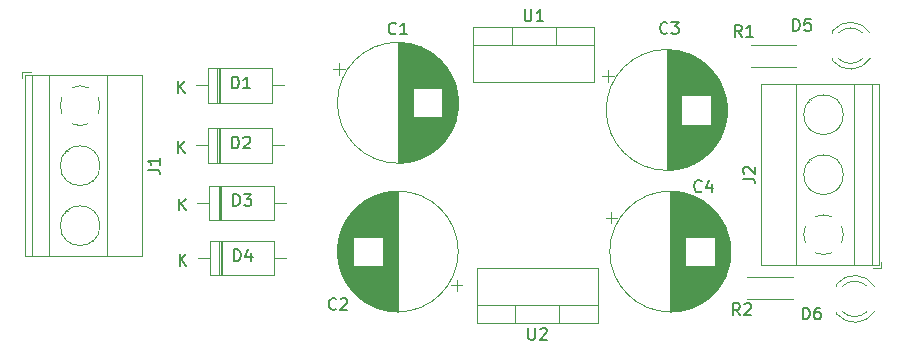
<source format=gbr>
%TF.GenerationSoftware,KiCad,Pcbnew,7.0.2*%
%TF.CreationDate,2023-08-22T20:11:55+05:30*%
%TF.ProjectId,Power_Supply_12V,506f7765-725f-4537-9570-706c795f3132,rev?*%
%TF.SameCoordinates,Original*%
%TF.FileFunction,Legend,Top*%
%TF.FilePolarity,Positive*%
%FSLAX46Y46*%
G04 Gerber Fmt 4.6, Leading zero omitted, Abs format (unit mm)*
G04 Created by KiCad (PCBNEW 7.0.2) date 2023-08-22 20:11:55*
%MOMM*%
%LPD*%
G01*
G04 APERTURE LIST*
%ADD10C,0.150000*%
%ADD11C,0.120000*%
G04 APERTURE END LIST*
D10*
%TO.C,J1*%
X107881419Y-78158933D02*
X108595704Y-78158933D01*
X108595704Y-78158933D02*
X108738561Y-78206552D01*
X108738561Y-78206552D02*
X108833800Y-78301790D01*
X108833800Y-78301790D02*
X108881419Y-78444647D01*
X108881419Y-78444647D02*
X108881419Y-78539885D01*
X108881419Y-77158933D02*
X108881419Y-77730361D01*
X108881419Y-77444647D02*
X107881419Y-77444647D01*
X107881419Y-77444647D02*
X108024276Y-77539885D01*
X108024276Y-77539885D02*
X108119514Y-77635123D01*
X108119514Y-77635123D02*
X108167133Y-77730361D01*
%TO.C,U2*%
X140106495Y-91565819D02*
X140106495Y-92375342D01*
X140106495Y-92375342D02*
X140154114Y-92470580D01*
X140154114Y-92470580D02*
X140201733Y-92518200D01*
X140201733Y-92518200D02*
X140296971Y-92565819D01*
X140296971Y-92565819D02*
X140487447Y-92565819D01*
X140487447Y-92565819D02*
X140582685Y-92518200D01*
X140582685Y-92518200D02*
X140630304Y-92470580D01*
X140630304Y-92470580D02*
X140677923Y-92375342D01*
X140677923Y-92375342D02*
X140677923Y-91565819D01*
X141106495Y-91661057D02*
X141154114Y-91613438D01*
X141154114Y-91613438D02*
X141249352Y-91565819D01*
X141249352Y-91565819D02*
X141487447Y-91565819D01*
X141487447Y-91565819D02*
X141582685Y-91613438D01*
X141582685Y-91613438D02*
X141630304Y-91661057D01*
X141630304Y-91661057D02*
X141677923Y-91756295D01*
X141677923Y-91756295D02*
X141677923Y-91851533D01*
X141677923Y-91851533D02*
X141630304Y-91994390D01*
X141630304Y-91994390D02*
X141058876Y-92565819D01*
X141058876Y-92565819D02*
X141677923Y-92565819D01*
%TO.C,D5*%
X162533105Y-66401019D02*
X162533105Y-65401019D01*
X162533105Y-65401019D02*
X162771200Y-65401019D01*
X162771200Y-65401019D02*
X162914057Y-65448638D01*
X162914057Y-65448638D02*
X163009295Y-65543876D01*
X163009295Y-65543876D02*
X163056914Y-65639114D01*
X163056914Y-65639114D02*
X163104533Y-65829590D01*
X163104533Y-65829590D02*
X163104533Y-65972447D01*
X163104533Y-65972447D02*
X163056914Y-66162923D01*
X163056914Y-66162923D02*
X163009295Y-66258161D01*
X163009295Y-66258161D02*
X162914057Y-66353400D01*
X162914057Y-66353400D02*
X162771200Y-66401019D01*
X162771200Y-66401019D02*
X162533105Y-66401019D01*
X164009295Y-65401019D02*
X163533105Y-65401019D01*
X163533105Y-65401019D02*
X163485486Y-65877209D01*
X163485486Y-65877209D02*
X163533105Y-65829590D01*
X163533105Y-65829590D02*
X163628343Y-65781971D01*
X163628343Y-65781971D02*
X163866438Y-65781971D01*
X163866438Y-65781971D02*
X163961676Y-65829590D01*
X163961676Y-65829590D02*
X164009295Y-65877209D01*
X164009295Y-65877209D02*
X164056914Y-65972447D01*
X164056914Y-65972447D02*
X164056914Y-66210542D01*
X164056914Y-66210542D02*
X164009295Y-66305780D01*
X164009295Y-66305780D02*
X163961676Y-66353400D01*
X163961676Y-66353400D02*
X163866438Y-66401019D01*
X163866438Y-66401019D02*
X163628343Y-66401019D01*
X163628343Y-66401019D02*
X163533105Y-66353400D01*
X163533105Y-66353400D02*
X163485486Y-66305780D01*
%TO.C,D3*%
X115136705Y-81234619D02*
X115136705Y-80234619D01*
X115136705Y-80234619D02*
X115374800Y-80234619D01*
X115374800Y-80234619D02*
X115517657Y-80282238D01*
X115517657Y-80282238D02*
X115612895Y-80377476D01*
X115612895Y-80377476D02*
X115660514Y-80472714D01*
X115660514Y-80472714D02*
X115708133Y-80663190D01*
X115708133Y-80663190D02*
X115708133Y-80806047D01*
X115708133Y-80806047D02*
X115660514Y-80996523D01*
X115660514Y-80996523D02*
X115612895Y-81091761D01*
X115612895Y-81091761D02*
X115517657Y-81187000D01*
X115517657Y-81187000D02*
X115374800Y-81234619D01*
X115374800Y-81234619D02*
X115136705Y-81234619D01*
X116041467Y-80234619D02*
X116660514Y-80234619D01*
X116660514Y-80234619D02*
X116327181Y-80615571D01*
X116327181Y-80615571D02*
X116470038Y-80615571D01*
X116470038Y-80615571D02*
X116565276Y-80663190D01*
X116565276Y-80663190D02*
X116612895Y-80710809D01*
X116612895Y-80710809D02*
X116660514Y-80806047D01*
X116660514Y-80806047D02*
X116660514Y-81044142D01*
X116660514Y-81044142D02*
X116612895Y-81139380D01*
X116612895Y-81139380D02*
X116565276Y-81187000D01*
X116565276Y-81187000D02*
X116470038Y-81234619D01*
X116470038Y-81234619D02*
X116184324Y-81234619D01*
X116184324Y-81234619D02*
X116089086Y-81187000D01*
X116089086Y-81187000D02*
X116041467Y-81139380D01*
X110532895Y-81604619D02*
X110532895Y-80604619D01*
X111104323Y-81604619D02*
X110675752Y-81033190D01*
X111104323Y-80604619D02*
X110532895Y-81176047D01*
%TO.C,C2*%
X123836133Y-89927780D02*
X123788514Y-89975400D01*
X123788514Y-89975400D02*
X123645657Y-90023019D01*
X123645657Y-90023019D02*
X123550419Y-90023019D01*
X123550419Y-90023019D02*
X123407562Y-89975400D01*
X123407562Y-89975400D02*
X123312324Y-89880161D01*
X123312324Y-89880161D02*
X123264705Y-89784923D01*
X123264705Y-89784923D02*
X123217086Y-89594447D01*
X123217086Y-89594447D02*
X123217086Y-89451590D01*
X123217086Y-89451590D02*
X123264705Y-89261114D01*
X123264705Y-89261114D02*
X123312324Y-89165876D01*
X123312324Y-89165876D02*
X123407562Y-89070638D01*
X123407562Y-89070638D02*
X123550419Y-89023019D01*
X123550419Y-89023019D02*
X123645657Y-89023019D01*
X123645657Y-89023019D02*
X123788514Y-89070638D01*
X123788514Y-89070638D02*
X123836133Y-89118257D01*
X124217086Y-89118257D02*
X124264705Y-89070638D01*
X124264705Y-89070638D02*
X124359943Y-89023019D01*
X124359943Y-89023019D02*
X124598038Y-89023019D01*
X124598038Y-89023019D02*
X124693276Y-89070638D01*
X124693276Y-89070638D02*
X124740895Y-89118257D01*
X124740895Y-89118257D02*
X124788514Y-89213495D01*
X124788514Y-89213495D02*
X124788514Y-89308733D01*
X124788514Y-89308733D02*
X124740895Y-89451590D01*
X124740895Y-89451590D02*
X124169467Y-90023019D01*
X124169467Y-90023019D02*
X124788514Y-90023019D01*
%TO.C,D2*%
X115035105Y-76357819D02*
X115035105Y-75357819D01*
X115035105Y-75357819D02*
X115273200Y-75357819D01*
X115273200Y-75357819D02*
X115416057Y-75405438D01*
X115416057Y-75405438D02*
X115511295Y-75500676D01*
X115511295Y-75500676D02*
X115558914Y-75595914D01*
X115558914Y-75595914D02*
X115606533Y-75786390D01*
X115606533Y-75786390D02*
X115606533Y-75929247D01*
X115606533Y-75929247D02*
X115558914Y-76119723D01*
X115558914Y-76119723D02*
X115511295Y-76214961D01*
X115511295Y-76214961D02*
X115416057Y-76310200D01*
X115416057Y-76310200D02*
X115273200Y-76357819D01*
X115273200Y-76357819D02*
X115035105Y-76357819D01*
X115987486Y-75453057D02*
X116035105Y-75405438D01*
X116035105Y-75405438D02*
X116130343Y-75357819D01*
X116130343Y-75357819D02*
X116368438Y-75357819D01*
X116368438Y-75357819D02*
X116463676Y-75405438D01*
X116463676Y-75405438D02*
X116511295Y-75453057D01*
X116511295Y-75453057D02*
X116558914Y-75548295D01*
X116558914Y-75548295D02*
X116558914Y-75643533D01*
X116558914Y-75643533D02*
X116511295Y-75786390D01*
X116511295Y-75786390D02*
X115939867Y-76357819D01*
X115939867Y-76357819D02*
X116558914Y-76357819D01*
X110431295Y-76727819D02*
X110431295Y-75727819D01*
X111002723Y-76727819D02*
X110574152Y-76156390D01*
X111002723Y-75727819D02*
X110431295Y-76299247D01*
%TO.C,C3*%
X151877733Y-66559780D02*
X151830114Y-66607400D01*
X151830114Y-66607400D02*
X151687257Y-66655019D01*
X151687257Y-66655019D02*
X151592019Y-66655019D01*
X151592019Y-66655019D02*
X151449162Y-66607400D01*
X151449162Y-66607400D02*
X151353924Y-66512161D01*
X151353924Y-66512161D02*
X151306305Y-66416923D01*
X151306305Y-66416923D02*
X151258686Y-66226447D01*
X151258686Y-66226447D02*
X151258686Y-66083590D01*
X151258686Y-66083590D02*
X151306305Y-65893114D01*
X151306305Y-65893114D02*
X151353924Y-65797876D01*
X151353924Y-65797876D02*
X151449162Y-65702638D01*
X151449162Y-65702638D02*
X151592019Y-65655019D01*
X151592019Y-65655019D02*
X151687257Y-65655019D01*
X151687257Y-65655019D02*
X151830114Y-65702638D01*
X151830114Y-65702638D02*
X151877733Y-65750257D01*
X152211067Y-65655019D02*
X152830114Y-65655019D01*
X152830114Y-65655019D02*
X152496781Y-66035971D01*
X152496781Y-66035971D02*
X152639638Y-66035971D01*
X152639638Y-66035971D02*
X152734876Y-66083590D01*
X152734876Y-66083590D02*
X152782495Y-66131209D01*
X152782495Y-66131209D02*
X152830114Y-66226447D01*
X152830114Y-66226447D02*
X152830114Y-66464542D01*
X152830114Y-66464542D02*
X152782495Y-66559780D01*
X152782495Y-66559780D02*
X152734876Y-66607400D01*
X152734876Y-66607400D02*
X152639638Y-66655019D01*
X152639638Y-66655019D02*
X152353924Y-66655019D01*
X152353924Y-66655019D02*
X152258686Y-66607400D01*
X152258686Y-66607400D02*
X152211067Y-66559780D01*
%TO.C,D6*%
X163345905Y-90835819D02*
X163345905Y-89835819D01*
X163345905Y-89835819D02*
X163584000Y-89835819D01*
X163584000Y-89835819D02*
X163726857Y-89883438D01*
X163726857Y-89883438D02*
X163822095Y-89978676D01*
X163822095Y-89978676D02*
X163869714Y-90073914D01*
X163869714Y-90073914D02*
X163917333Y-90264390D01*
X163917333Y-90264390D02*
X163917333Y-90407247D01*
X163917333Y-90407247D02*
X163869714Y-90597723D01*
X163869714Y-90597723D02*
X163822095Y-90692961D01*
X163822095Y-90692961D02*
X163726857Y-90788200D01*
X163726857Y-90788200D02*
X163584000Y-90835819D01*
X163584000Y-90835819D02*
X163345905Y-90835819D01*
X164774476Y-89835819D02*
X164584000Y-89835819D01*
X164584000Y-89835819D02*
X164488762Y-89883438D01*
X164488762Y-89883438D02*
X164441143Y-89931057D01*
X164441143Y-89931057D02*
X164345905Y-90073914D01*
X164345905Y-90073914D02*
X164298286Y-90264390D01*
X164298286Y-90264390D02*
X164298286Y-90645342D01*
X164298286Y-90645342D02*
X164345905Y-90740580D01*
X164345905Y-90740580D02*
X164393524Y-90788200D01*
X164393524Y-90788200D02*
X164488762Y-90835819D01*
X164488762Y-90835819D02*
X164679238Y-90835819D01*
X164679238Y-90835819D02*
X164774476Y-90788200D01*
X164774476Y-90788200D02*
X164822095Y-90740580D01*
X164822095Y-90740580D02*
X164869714Y-90645342D01*
X164869714Y-90645342D02*
X164869714Y-90407247D01*
X164869714Y-90407247D02*
X164822095Y-90312009D01*
X164822095Y-90312009D02*
X164774476Y-90264390D01*
X164774476Y-90264390D02*
X164679238Y-90216771D01*
X164679238Y-90216771D02*
X164488762Y-90216771D01*
X164488762Y-90216771D02*
X164393524Y-90264390D01*
X164393524Y-90264390D02*
X164345905Y-90312009D01*
X164345905Y-90312009D02*
X164298286Y-90407247D01*
%TO.C,D1*%
X115035105Y-71277819D02*
X115035105Y-70277819D01*
X115035105Y-70277819D02*
X115273200Y-70277819D01*
X115273200Y-70277819D02*
X115416057Y-70325438D01*
X115416057Y-70325438D02*
X115511295Y-70420676D01*
X115511295Y-70420676D02*
X115558914Y-70515914D01*
X115558914Y-70515914D02*
X115606533Y-70706390D01*
X115606533Y-70706390D02*
X115606533Y-70849247D01*
X115606533Y-70849247D02*
X115558914Y-71039723D01*
X115558914Y-71039723D02*
X115511295Y-71134961D01*
X115511295Y-71134961D02*
X115416057Y-71230200D01*
X115416057Y-71230200D02*
X115273200Y-71277819D01*
X115273200Y-71277819D02*
X115035105Y-71277819D01*
X116558914Y-71277819D02*
X115987486Y-71277819D01*
X116273200Y-71277819D02*
X116273200Y-70277819D01*
X116273200Y-70277819D02*
X116177962Y-70420676D01*
X116177962Y-70420676D02*
X116082724Y-70515914D01*
X116082724Y-70515914D02*
X115987486Y-70563533D01*
X110431295Y-71647819D02*
X110431295Y-70647819D01*
X111002723Y-71647819D02*
X110574152Y-71076390D01*
X111002723Y-70647819D02*
X110431295Y-71219247D01*
%TO.C,C4*%
X154773333Y-79970980D02*
X154725714Y-80018600D01*
X154725714Y-80018600D02*
X154582857Y-80066219D01*
X154582857Y-80066219D02*
X154487619Y-80066219D01*
X154487619Y-80066219D02*
X154344762Y-80018600D01*
X154344762Y-80018600D02*
X154249524Y-79923361D01*
X154249524Y-79923361D02*
X154201905Y-79828123D01*
X154201905Y-79828123D02*
X154154286Y-79637647D01*
X154154286Y-79637647D02*
X154154286Y-79494790D01*
X154154286Y-79494790D02*
X154201905Y-79304314D01*
X154201905Y-79304314D02*
X154249524Y-79209076D01*
X154249524Y-79209076D02*
X154344762Y-79113838D01*
X154344762Y-79113838D02*
X154487619Y-79066219D01*
X154487619Y-79066219D02*
X154582857Y-79066219D01*
X154582857Y-79066219D02*
X154725714Y-79113838D01*
X154725714Y-79113838D02*
X154773333Y-79161457D01*
X155630476Y-79399552D02*
X155630476Y-80066219D01*
X155392381Y-79018600D02*
X155154286Y-79732885D01*
X155154286Y-79732885D02*
X155773333Y-79732885D01*
%TO.C,J2*%
X158302619Y-78920933D02*
X159016904Y-78920933D01*
X159016904Y-78920933D02*
X159159761Y-78968552D01*
X159159761Y-78968552D02*
X159255000Y-79063790D01*
X159255000Y-79063790D02*
X159302619Y-79206647D01*
X159302619Y-79206647D02*
X159302619Y-79301885D01*
X158397857Y-78492361D02*
X158350238Y-78444742D01*
X158350238Y-78444742D02*
X158302619Y-78349504D01*
X158302619Y-78349504D02*
X158302619Y-78111409D01*
X158302619Y-78111409D02*
X158350238Y-78016171D01*
X158350238Y-78016171D02*
X158397857Y-77968552D01*
X158397857Y-77968552D02*
X158493095Y-77920933D01*
X158493095Y-77920933D02*
X158588333Y-77920933D01*
X158588333Y-77920933D02*
X158731190Y-77968552D01*
X158731190Y-77968552D02*
X159302619Y-78539980D01*
X159302619Y-78539980D02*
X159302619Y-77920933D01*
%TO.C,C1*%
X128896056Y-66608980D02*
X128848437Y-66656600D01*
X128848437Y-66656600D02*
X128705580Y-66704219D01*
X128705580Y-66704219D02*
X128610342Y-66704219D01*
X128610342Y-66704219D02*
X128467485Y-66656600D01*
X128467485Y-66656600D02*
X128372247Y-66561361D01*
X128372247Y-66561361D02*
X128324628Y-66466123D01*
X128324628Y-66466123D02*
X128277009Y-66275647D01*
X128277009Y-66275647D02*
X128277009Y-66132790D01*
X128277009Y-66132790D02*
X128324628Y-65942314D01*
X128324628Y-65942314D02*
X128372247Y-65847076D01*
X128372247Y-65847076D02*
X128467485Y-65751838D01*
X128467485Y-65751838D02*
X128610342Y-65704219D01*
X128610342Y-65704219D02*
X128705580Y-65704219D01*
X128705580Y-65704219D02*
X128848437Y-65751838D01*
X128848437Y-65751838D02*
X128896056Y-65799457D01*
X129848437Y-66704219D02*
X129277009Y-66704219D01*
X129562723Y-66704219D02*
X129562723Y-65704219D01*
X129562723Y-65704219D02*
X129467485Y-65847076D01*
X129467485Y-65847076D02*
X129372247Y-65942314D01*
X129372247Y-65942314D02*
X129277009Y-65989933D01*
%TO.C,U1*%
X139801695Y-64585419D02*
X139801695Y-65394942D01*
X139801695Y-65394942D02*
X139849314Y-65490180D01*
X139849314Y-65490180D02*
X139896933Y-65537800D01*
X139896933Y-65537800D02*
X139992171Y-65585419D01*
X139992171Y-65585419D02*
X140182647Y-65585419D01*
X140182647Y-65585419D02*
X140277885Y-65537800D01*
X140277885Y-65537800D02*
X140325504Y-65490180D01*
X140325504Y-65490180D02*
X140373123Y-65394942D01*
X140373123Y-65394942D02*
X140373123Y-64585419D01*
X141373123Y-65585419D02*
X140801695Y-65585419D01*
X141087409Y-65585419D02*
X141087409Y-64585419D01*
X141087409Y-64585419D02*
X140992171Y-64728276D01*
X140992171Y-64728276D02*
X140896933Y-64823514D01*
X140896933Y-64823514D02*
X140801695Y-64871133D01*
%TO.C,R2*%
X158024533Y-90480219D02*
X157691200Y-90004028D01*
X157453105Y-90480219D02*
X157453105Y-89480219D01*
X157453105Y-89480219D02*
X157834057Y-89480219D01*
X157834057Y-89480219D02*
X157929295Y-89527838D01*
X157929295Y-89527838D02*
X157976914Y-89575457D01*
X157976914Y-89575457D02*
X158024533Y-89670695D01*
X158024533Y-89670695D02*
X158024533Y-89813552D01*
X158024533Y-89813552D02*
X157976914Y-89908790D01*
X157976914Y-89908790D02*
X157929295Y-89956409D01*
X157929295Y-89956409D02*
X157834057Y-90004028D01*
X157834057Y-90004028D02*
X157453105Y-90004028D01*
X158405486Y-89575457D02*
X158453105Y-89527838D01*
X158453105Y-89527838D02*
X158548343Y-89480219D01*
X158548343Y-89480219D02*
X158786438Y-89480219D01*
X158786438Y-89480219D02*
X158881676Y-89527838D01*
X158881676Y-89527838D02*
X158929295Y-89575457D01*
X158929295Y-89575457D02*
X158976914Y-89670695D01*
X158976914Y-89670695D02*
X158976914Y-89765933D01*
X158976914Y-89765933D02*
X158929295Y-89908790D01*
X158929295Y-89908790D02*
X158357867Y-90480219D01*
X158357867Y-90480219D02*
X158976914Y-90480219D01*
%TO.C,D4*%
X115187505Y-85908219D02*
X115187505Y-84908219D01*
X115187505Y-84908219D02*
X115425600Y-84908219D01*
X115425600Y-84908219D02*
X115568457Y-84955838D01*
X115568457Y-84955838D02*
X115663695Y-85051076D01*
X115663695Y-85051076D02*
X115711314Y-85146314D01*
X115711314Y-85146314D02*
X115758933Y-85336790D01*
X115758933Y-85336790D02*
X115758933Y-85479647D01*
X115758933Y-85479647D02*
X115711314Y-85670123D01*
X115711314Y-85670123D02*
X115663695Y-85765361D01*
X115663695Y-85765361D02*
X115568457Y-85860600D01*
X115568457Y-85860600D02*
X115425600Y-85908219D01*
X115425600Y-85908219D02*
X115187505Y-85908219D01*
X116616076Y-85241552D02*
X116616076Y-85908219D01*
X116377981Y-84860600D02*
X116139886Y-85574885D01*
X116139886Y-85574885D02*
X116758933Y-85574885D01*
X110583695Y-86278219D02*
X110583695Y-85278219D01*
X111155123Y-86278219D02*
X110726552Y-85706790D01*
X111155123Y-85278219D02*
X110583695Y-85849647D01*
%TO.C,R1*%
X158176933Y-66909019D02*
X157843600Y-66432828D01*
X157605505Y-66909019D02*
X157605505Y-65909019D01*
X157605505Y-65909019D02*
X157986457Y-65909019D01*
X157986457Y-65909019D02*
X158081695Y-65956638D01*
X158081695Y-65956638D02*
X158129314Y-66004257D01*
X158129314Y-66004257D02*
X158176933Y-66099495D01*
X158176933Y-66099495D02*
X158176933Y-66242352D01*
X158176933Y-66242352D02*
X158129314Y-66337590D01*
X158129314Y-66337590D02*
X158081695Y-66385209D01*
X158081695Y-66385209D02*
X157986457Y-66432828D01*
X157986457Y-66432828D02*
X157605505Y-66432828D01*
X159129314Y-66909019D02*
X158557886Y-66909019D01*
X158843600Y-66909019D02*
X158843600Y-65909019D01*
X158843600Y-65909019D02*
X158748362Y-66051876D01*
X158748362Y-66051876D02*
X158653124Y-66147114D01*
X158653124Y-66147114D02*
X158557886Y-66194733D01*
D11*
%TO.C,J1*%
X97998800Y-69905600D02*
X97258800Y-69905600D01*
X97258800Y-69905600D02*
X97258800Y-70405600D01*
X107419800Y-70145600D02*
X97498800Y-70145600D01*
X107419800Y-70145600D02*
X107419800Y-85505600D01*
X104459800Y-70145600D02*
X104459800Y-85505600D01*
X99558800Y-70145600D02*
X99558800Y-85505600D01*
X98058800Y-70145600D02*
X98058800Y-85505600D01*
X97498800Y-70145600D02*
X97498800Y-85505600D01*
X101135800Y-76598600D02*
X101089800Y-76551600D01*
X100919800Y-76791600D02*
X100884800Y-76756600D01*
X103433800Y-78895600D02*
X103397800Y-78860600D01*
X103227800Y-79100600D02*
X103181800Y-79053600D01*
X101135800Y-81678600D02*
X101089800Y-81631600D01*
X100919800Y-81871600D02*
X100884800Y-81836600D01*
X103433800Y-83975600D02*
X103397800Y-83940600D01*
X103227800Y-84180600D02*
X103181800Y-84133600D01*
X107419800Y-85505600D02*
X97498800Y-85505600D01*
X102842799Y-71210601D02*
G75*
G03*
X101475758Y-71210174I-684000J-1534992D01*
G01*
X103693799Y-73429599D02*
G75*
G03*
X103694226Y-72062558I-1534992J684000D01*
G01*
X100623801Y-72061600D02*
G75*
G03*
X100478548Y-72774405I1535000J-683999D01*
G01*
X100478801Y-72745600D02*
G75*
G03*
X100624045Y-73428918I1679999J0D01*
G01*
X101474800Y-74280600D02*
G75*
G03*
X102841842Y-74281026I684000J1535000D01*
G01*
X103838800Y-77825600D02*
G75*
G03*
X103838800Y-77825600I-1680000J0D01*
G01*
X103838800Y-82905600D02*
G75*
G03*
X103838800Y-82905600I-1680000J0D01*
G01*
%TO.C,U2*%
X145988400Y-91103200D02*
X145988400Y-86462200D01*
X145988400Y-91103200D02*
X135748400Y-91103200D01*
X145988400Y-89593200D02*
X135748400Y-89593200D01*
X145988400Y-86462200D02*
X135748400Y-86462200D01*
X142718400Y-91103200D02*
X142718400Y-89593200D01*
X139017400Y-91103200D02*
X139017400Y-89593200D01*
X135748400Y-91103200D02*
X135748400Y-86462200D01*
%TO.C,D5*%
X165826000Y-66429600D02*
X165826000Y-66585600D01*
X165826000Y-68745600D02*
X165826000Y-68901600D01*
X169058334Y-66586992D02*
G75*
G03*
X165826001Y-66430085I-1672334J-1078608D01*
G01*
X168427129Y-66585764D02*
G75*
G03*
X166345040Y-66585601I-1041129J-1079836D01*
G01*
X166345040Y-68745599D02*
G75*
G03*
X168427129Y-68745436I1040960J1079999D01*
G01*
X165826001Y-68901115D02*
G75*
G03*
X169058334Y-68744208I1559999J1235515D01*
G01*
%TO.C,D3*%
X112084000Y-80975200D02*
X113104000Y-80975200D01*
X113104000Y-79505200D02*
X113104000Y-82445200D01*
X113104000Y-82445200D02*
X118544000Y-82445200D01*
X113884000Y-79505200D02*
X113884000Y-82445200D01*
X114004000Y-79505200D02*
X114004000Y-82445200D01*
X114124000Y-79505200D02*
X114124000Y-82445200D01*
X118544000Y-79505200D02*
X113104000Y-79505200D01*
X118544000Y-82445200D02*
X118544000Y-79505200D01*
X119564000Y-80975200D02*
X118544000Y-80975200D01*
%TO.C,C2*%
X134531723Y-87965000D02*
X133531723Y-87965000D01*
X134031723Y-88465000D02*
X134031723Y-87465000D01*
X129052077Y-90170000D02*
X129052077Y-80010000D01*
X129012077Y-90170000D02*
X129012077Y-80010000D01*
X128972077Y-90170000D02*
X128972077Y-80010000D01*
X128932077Y-90169000D02*
X128932077Y-80011000D01*
X128892077Y-90168000D02*
X128892077Y-80012000D01*
X128852077Y-90167000D02*
X128852077Y-80013000D01*
X128812077Y-90165000D02*
X128812077Y-80015000D01*
X128772077Y-90163000D02*
X128772077Y-80017000D01*
X128732077Y-90160000D02*
X128732077Y-80020000D01*
X128692077Y-90158000D02*
X128692077Y-80022000D01*
X128652077Y-90155000D02*
X128652077Y-80025000D01*
X128612077Y-90152000D02*
X128612077Y-80028000D01*
X128572077Y-90148000D02*
X128572077Y-80032000D01*
X128532077Y-90144000D02*
X128532077Y-80036000D01*
X128492077Y-90140000D02*
X128492077Y-80040000D01*
X128452077Y-90135000D02*
X128452077Y-80045000D01*
X128412077Y-90130000D02*
X128412077Y-80050000D01*
X128372077Y-90125000D02*
X128372077Y-80055000D01*
X128331077Y-90120000D02*
X128331077Y-80060000D01*
X128291077Y-90114000D02*
X128291077Y-80066000D01*
X128251077Y-90108000D02*
X128251077Y-80072000D01*
X128211077Y-90101000D02*
X128211077Y-80079000D01*
X128171077Y-90094000D02*
X128171077Y-80086000D01*
X128131077Y-90087000D02*
X128131077Y-80093000D01*
X128091077Y-90080000D02*
X128091077Y-80100000D01*
X128051077Y-90072000D02*
X128051077Y-80108000D01*
X128011077Y-90064000D02*
X128011077Y-80116000D01*
X127971077Y-90055000D02*
X127971077Y-80125000D01*
X127931077Y-90046000D02*
X127931077Y-80134000D01*
X127891077Y-90037000D02*
X127891077Y-80143000D01*
X127851077Y-90028000D02*
X127851077Y-80152000D01*
X127811077Y-90018000D02*
X127811077Y-80162000D01*
X127771077Y-90008000D02*
X127771077Y-86331000D01*
X127771077Y-83849000D02*
X127771077Y-80172000D01*
X127731077Y-89997000D02*
X127731077Y-86331000D01*
X127731077Y-83849000D02*
X127731077Y-80183000D01*
X127691077Y-89987000D02*
X127691077Y-86331000D01*
X127691077Y-83849000D02*
X127691077Y-80193000D01*
X127651077Y-89975000D02*
X127651077Y-86331000D01*
X127651077Y-83849000D02*
X127651077Y-80205000D01*
X127611077Y-89964000D02*
X127611077Y-86331000D01*
X127611077Y-83849000D02*
X127611077Y-80216000D01*
X127571077Y-89952000D02*
X127571077Y-86331000D01*
X127571077Y-83849000D02*
X127571077Y-80228000D01*
X127531077Y-89940000D02*
X127531077Y-86331000D01*
X127531077Y-83849000D02*
X127531077Y-80240000D01*
X127491077Y-89927000D02*
X127491077Y-86331000D01*
X127491077Y-83849000D02*
X127491077Y-80253000D01*
X127451077Y-89914000D02*
X127451077Y-86331000D01*
X127451077Y-83849000D02*
X127451077Y-80266000D01*
X127411077Y-89901000D02*
X127411077Y-86331000D01*
X127411077Y-83849000D02*
X127411077Y-80279000D01*
X127371077Y-89887000D02*
X127371077Y-86331000D01*
X127371077Y-83849000D02*
X127371077Y-80293000D01*
X127331077Y-89873000D02*
X127331077Y-86331000D01*
X127331077Y-83849000D02*
X127331077Y-80307000D01*
X127291077Y-89858000D02*
X127291077Y-86331000D01*
X127291077Y-83849000D02*
X127291077Y-80322000D01*
X127251077Y-89844000D02*
X127251077Y-86331000D01*
X127251077Y-83849000D02*
X127251077Y-80336000D01*
X127211077Y-89828000D02*
X127211077Y-86331000D01*
X127211077Y-83849000D02*
X127211077Y-80352000D01*
X127171077Y-89813000D02*
X127171077Y-86331000D01*
X127171077Y-83849000D02*
X127171077Y-80367000D01*
X127131077Y-89797000D02*
X127131077Y-86331000D01*
X127131077Y-83849000D02*
X127131077Y-80383000D01*
X127091077Y-89780000D02*
X127091077Y-86331000D01*
X127091077Y-83849000D02*
X127091077Y-80400000D01*
X127051077Y-89764000D02*
X127051077Y-86331000D01*
X127051077Y-83849000D02*
X127051077Y-80416000D01*
X127011077Y-89747000D02*
X127011077Y-86331000D01*
X127011077Y-83849000D02*
X127011077Y-80433000D01*
X126971077Y-89729000D02*
X126971077Y-86331000D01*
X126971077Y-83849000D02*
X126971077Y-80451000D01*
X126931077Y-89711000D02*
X126931077Y-86331000D01*
X126931077Y-83849000D02*
X126931077Y-80469000D01*
X126891077Y-89693000D02*
X126891077Y-86331000D01*
X126891077Y-83849000D02*
X126891077Y-80487000D01*
X126851077Y-89674000D02*
X126851077Y-86331000D01*
X126851077Y-83849000D02*
X126851077Y-80506000D01*
X126811077Y-89654000D02*
X126811077Y-86331000D01*
X126811077Y-83849000D02*
X126811077Y-80526000D01*
X126771077Y-89635000D02*
X126771077Y-86331000D01*
X126771077Y-83849000D02*
X126771077Y-80545000D01*
X126731077Y-89615000D02*
X126731077Y-86331000D01*
X126731077Y-83849000D02*
X126731077Y-80565000D01*
X126691077Y-89594000D02*
X126691077Y-86331000D01*
X126691077Y-83849000D02*
X126691077Y-80586000D01*
X126651077Y-89573000D02*
X126651077Y-86331000D01*
X126651077Y-83849000D02*
X126651077Y-80607000D01*
X126611077Y-89552000D02*
X126611077Y-86331000D01*
X126611077Y-83849000D02*
X126611077Y-80628000D01*
X126571077Y-89530000D02*
X126571077Y-86331000D01*
X126571077Y-83849000D02*
X126571077Y-80650000D01*
X126531077Y-89507000D02*
X126531077Y-86331000D01*
X126531077Y-83849000D02*
X126531077Y-80673000D01*
X126491077Y-89485000D02*
X126491077Y-86331000D01*
X126491077Y-83849000D02*
X126491077Y-80695000D01*
X126451077Y-89461000D02*
X126451077Y-86331000D01*
X126451077Y-83849000D02*
X126451077Y-80719000D01*
X126411077Y-89437000D02*
X126411077Y-86331000D01*
X126411077Y-83849000D02*
X126411077Y-80743000D01*
X126371077Y-89413000D02*
X126371077Y-86331000D01*
X126371077Y-83849000D02*
X126371077Y-80767000D01*
X126331077Y-89388000D02*
X126331077Y-86331000D01*
X126331077Y-83849000D02*
X126331077Y-80792000D01*
X126291077Y-89363000D02*
X126291077Y-86331000D01*
X126291077Y-83849000D02*
X126291077Y-80817000D01*
X126251077Y-89337000D02*
X126251077Y-86331000D01*
X126251077Y-83849000D02*
X126251077Y-80843000D01*
X126211077Y-89311000D02*
X126211077Y-86331000D01*
X126211077Y-83849000D02*
X126211077Y-80869000D01*
X126171077Y-89284000D02*
X126171077Y-86331000D01*
X126171077Y-83849000D02*
X126171077Y-80896000D01*
X126131077Y-89256000D02*
X126131077Y-86331000D01*
X126131077Y-83849000D02*
X126131077Y-80924000D01*
X126091077Y-89228000D02*
X126091077Y-86331000D01*
X126091077Y-83849000D02*
X126091077Y-80952000D01*
X126051077Y-89200000D02*
X126051077Y-86331000D01*
X126051077Y-83849000D02*
X126051077Y-80980000D01*
X126011077Y-89170000D02*
X126011077Y-86331000D01*
X126011077Y-83849000D02*
X126011077Y-81010000D01*
X125971077Y-89140000D02*
X125971077Y-86331000D01*
X125971077Y-83849000D02*
X125971077Y-81040000D01*
X125931077Y-89110000D02*
X125931077Y-86331000D01*
X125931077Y-83849000D02*
X125931077Y-81070000D01*
X125891077Y-89079000D02*
X125891077Y-86331000D01*
X125891077Y-83849000D02*
X125891077Y-81101000D01*
X125851077Y-89047000D02*
X125851077Y-86331000D01*
X125851077Y-83849000D02*
X125851077Y-81133000D01*
X125811077Y-89015000D02*
X125811077Y-86331000D01*
X125811077Y-83849000D02*
X125811077Y-81165000D01*
X125771077Y-88982000D02*
X125771077Y-86331000D01*
X125771077Y-83849000D02*
X125771077Y-81198000D01*
X125731077Y-88948000D02*
X125731077Y-86331000D01*
X125731077Y-83849000D02*
X125731077Y-81232000D01*
X125691077Y-88914000D02*
X125691077Y-86331000D01*
X125691077Y-83849000D02*
X125691077Y-81266000D01*
X125651077Y-88879000D02*
X125651077Y-86331000D01*
X125651077Y-83849000D02*
X125651077Y-81301000D01*
X125611077Y-88843000D02*
X125611077Y-86331000D01*
X125611077Y-83849000D02*
X125611077Y-81337000D01*
X125571077Y-88806000D02*
X125571077Y-86331000D01*
X125571077Y-83849000D02*
X125571077Y-81374000D01*
X125531077Y-88769000D02*
X125531077Y-86331000D01*
X125531077Y-83849000D02*
X125531077Y-81411000D01*
X125491077Y-88730000D02*
X125491077Y-86331000D01*
X125491077Y-83849000D02*
X125491077Y-81450000D01*
X125451077Y-88691000D02*
X125451077Y-86331000D01*
X125451077Y-83849000D02*
X125451077Y-81489000D01*
X125411077Y-88651000D02*
X125411077Y-86331000D01*
X125411077Y-83849000D02*
X125411077Y-81529000D01*
X125371077Y-88610000D02*
X125371077Y-86331000D01*
X125371077Y-83849000D02*
X125371077Y-81570000D01*
X125331077Y-88568000D02*
X125331077Y-86331000D01*
X125331077Y-83849000D02*
X125331077Y-81612000D01*
X125291077Y-88526000D02*
X125291077Y-81654000D01*
X125251077Y-88482000D02*
X125251077Y-81698000D01*
X125211077Y-88437000D02*
X125211077Y-81743000D01*
X125171077Y-88391000D02*
X125171077Y-81789000D01*
X125131077Y-88344000D02*
X125131077Y-81836000D01*
X125091077Y-88296000D02*
X125091077Y-81884000D01*
X125051077Y-88246000D02*
X125051077Y-81934000D01*
X125011077Y-88196000D02*
X125011077Y-81984000D01*
X124971077Y-88144000D02*
X124971077Y-82036000D01*
X124931077Y-88090000D02*
X124931077Y-82090000D01*
X124891077Y-88035000D02*
X124891077Y-82145000D01*
X124851077Y-87979000D02*
X124851077Y-82201000D01*
X124811077Y-87920000D02*
X124811077Y-82260000D01*
X124771077Y-87860000D02*
X124771077Y-82320000D01*
X124731077Y-87799000D02*
X124731077Y-82381000D01*
X124691077Y-87735000D02*
X124691077Y-82445000D01*
X124651077Y-87669000D02*
X124651077Y-82511000D01*
X124611077Y-87600000D02*
X124611077Y-82580000D01*
X124571077Y-87529000D02*
X124571077Y-82651000D01*
X124531077Y-87455000D02*
X124531077Y-82725000D01*
X124491077Y-87379000D02*
X124491077Y-82801000D01*
X124451077Y-87299000D02*
X124451077Y-82881000D01*
X124411077Y-87215000D02*
X124411077Y-82965000D01*
X124371077Y-87127000D02*
X124371077Y-83053000D01*
X124331077Y-87034000D02*
X124331077Y-83146000D01*
X124291077Y-86936000D02*
X124291077Y-83244000D01*
X124251077Y-86832000D02*
X124251077Y-83348000D01*
X124211077Y-86720000D02*
X124211077Y-83460000D01*
X124171077Y-86600000D02*
X124171077Y-83580000D01*
X124131077Y-86468000D02*
X124131077Y-83712000D01*
X124091077Y-86320000D02*
X124091077Y-83860000D01*
X124051077Y-86152000D02*
X124051077Y-84028000D01*
X124011077Y-85952000D02*
X124011077Y-84228000D01*
X123971077Y-85689000D02*
X123971077Y-84491000D01*
X134172077Y-85090000D02*
G75*
G03*
X134172077Y-85090000I-5120000J0D01*
G01*
%TO.C,D2*%
X111982400Y-76098400D02*
X113002400Y-76098400D01*
X113002400Y-74628400D02*
X113002400Y-77568400D01*
X113002400Y-77568400D02*
X118442400Y-77568400D01*
X113782400Y-74628400D02*
X113782400Y-77568400D01*
X113902400Y-74628400D02*
X113902400Y-77568400D01*
X114022400Y-74628400D02*
X114022400Y-77568400D01*
X118442400Y-74628400D02*
X113002400Y-74628400D01*
X118442400Y-77568400D02*
X118442400Y-74628400D01*
X119462400Y-76098400D02*
X118442400Y-76098400D01*
%TO.C,C3*%
X146341477Y-70226200D02*
X147341477Y-70226200D01*
X146841477Y-69726200D02*
X146841477Y-70726200D01*
X151821123Y-68021200D02*
X151821123Y-78181200D01*
X151861123Y-68021200D02*
X151861123Y-78181200D01*
X151901123Y-68021200D02*
X151901123Y-78181200D01*
X151941123Y-68022200D02*
X151941123Y-78180200D01*
X151981123Y-68023200D02*
X151981123Y-78179200D01*
X152021123Y-68024200D02*
X152021123Y-78178200D01*
X152061123Y-68026200D02*
X152061123Y-78176200D01*
X152101123Y-68028200D02*
X152101123Y-78174200D01*
X152141123Y-68031200D02*
X152141123Y-78171200D01*
X152181123Y-68033200D02*
X152181123Y-78169200D01*
X152221123Y-68036200D02*
X152221123Y-78166200D01*
X152261123Y-68039200D02*
X152261123Y-78163200D01*
X152301123Y-68043200D02*
X152301123Y-78159200D01*
X152341123Y-68047200D02*
X152341123Y-78155200D01*
X152381123Y-68051200D02*
X152381123Y-78151200D01*
X152421123Y-68056200D02*
X152421123Y-78146200D01*
X152461123Y-68061200D02*
X152461123Y-78141200D01*
X152501123Y-68066200D02*
X152501123Y-78136200D01*
X152542123Y-68071200D02*
X152542123Y-78131200D01*
X152582123Y-68077200D02*
X152582123Y-78125200D01*
X152622123Y-68083200D02*
X152622123Y-78119200D01*
X152662123Y-68090200D02*
X152662123Y-78112200D01*
X152702123Y-68097200D02*
X152702123Y-78105200D01*
X152742123Y-68104200D02*
X152742123Y-78098200D01*
X152782123Y-68111200D02*
X152782123Y-78091200D01*
X152822123Y-68119200D02*
X152822123Y-78083200D01*
X152862123Y-68127200D02*
X152862123Y-78075200D01*
X152902123Y-68136200D02*
X152902123Y-78066200D01*
X152942123Y-68145200D02*
X152942123Y-78057200D01*
X152982123Y-68154200D02*
X152982123Y-78048200D01*
X153022123Y-68163200D02*
X153022123Y-78039200D01*
X153062123Y-68173200D02*
X153062123Y-78029200D01*
X153102123Y-68183200D02*
X153102123Y-71860200D01*
X153102123Y-74342200D02*
X153102123Y-78019200D01*
X153142123Y-68194200D02*
X153142123Y-71860200D01*
X153142123Y-74342200D02*
X153142123Y-78008200D01*
X153182123Y-68204200D02*
X153182123Y-71860200D01*
X153182123Y-74342200D02*
X153182123Y-77998200D01*
X153222123Y-68216200D02*
X153222123Y-71860200D01*
X153222123Y-74342200D02*
X153222123Y-77986200D01*
X153262123Y-68227200D02*
X153262123Y-71860200D01*
X153262123Y-74342200D02*
X153262123Y-77975200D01*
X153302123Y-68239200D02*
X153302123Y-71860200D01*
X153302123Y-74342200D02*
X153302123Y-77963200D01*
X153342123Y-68251200D02*
X153342123Y-71860200D01*
X153342123Y-74342200D02*
X153342123Y-77951200D01*
X153382123Y-68264200D02*
X153382123Y-71860200D01*
X153382123Y-74342200D02*
X153382123Y-77938200D01*
X153422123Y-68277200D02*
X153422123Y-71860200D01*
X153422123Y-74342200D02*
X153422123Y-77925200D01*
X153462123Y-68290200D02*
X153462123Y-71860200D01*
X153462123Y-74342200D02*
X153462123Y-77912200D01*
X153502123Y-68304200D02*
X153502123Y-71860200D01*
X153502123Y-74342200D02*
X153502123Y-77898200D01*
X153542123Y-68318200D02*
X153542123Y-71860200D01*
X153542123Y-74342200D02*
X153542123Y-77884200D01*
X153582123Y-68333200D02*
X153582123Y-71860200D01*
X153582123Y-74342200D02*
X153582123Y-77869200D01*
X153622123Y-68347200D02*
X153622123Y-71860200D01*
X153622123Y-74342200D02*
X153622123Y-77855200D01*
X153662123Y-68363200D02*
X153662123Y-71860200D01*
X153662123Y-74342200D02*
X153662123Y-77839200D01*
X153702123Y-68378200D02*
X153702123Y-71860200D01*
X153702123Y-74342200D02*
X153702123Y-77824200D01*
X153742123Y-68394200D02*
X153742123Y-71860200D01*
X153742123Y-74342200D02*
X153742123Y-77808200D01*
X153782123Y-68411200D02*
X153782123Y-71860200D01*
X153782123Y-74342200D02*
X153782123Y-77791200D01*
X153822123Y-68427200D02*
X153822123Y-71860200D01*
X153822123Y-74342200D02*
X153822123Y-77775200D01*
X153862123Y-68444200D02*
X153862123Y-71860200D01*
X153862123Y-74342200D02*
X153862123Y-77758200D01*
X153902123Y-68462200D02*
X153902123Y-71860200D01*
X153902123Y-74342200D02*
X153902123Y-77740200D01*
X153942123Y-68480200D02*
X153942123Y-71860200D01*
X153942123Y-74342200D02*
X153942123Y-77722200D01*
X153982123Y-68498200D02*
X153982123Y-71860200D01*
X153982123Y-74342200D02*
X153982123Y-77704200D01*
X154022123Y-68517200D02*
X154022123Y-71860200D01*
X154022123Y-74342200D02*
X154022123Y-77685200D01*
X154062123Y-68537200D02*
X154062123Y-71860200D01*
X154062123Y-74342200D02*
X154062123Y-77665200D01*
X154102123Y-68556200D02*
X154102123Y-71860200D01*
X154102123Y-74342200D02*
X154102123Y-77646200D01*
X154142123Y-68576200D02*
X154142123Y-71860200D01*
X154142123Y-74342200D02*
X154142123Y-77626200D01*
X154182123Y-68597200D02*
X154182123Y-71860200D01*
X154182123Y-74342200D02*
X154182123Y-77605200D01*
X154222123Y-68618200D02*
X154222123Y-71860200D01*
X154222123Y-74342200D02*
X154222123Y-77584200D01*
X154262123Y-68639200D02*
X154262123Y-71860200D01*
X154262123Y-74342200D02*
X154262123Y-77563200D01*
X154302123Y-68661200D02*
X154302123Y-71860200D01*
X154302123Y-74342200D02*
X154302123Y-77541200D01*
X154342123Y-68684200D02*
X154342123Y-71860200D01*
X154342123Y-74342200D02*
X154342123Y-77518200D01*
X154382123Y-68706200D02*
X154382123Y-71860200D01*
X154382123Y-74342200D02*
X154382123Y-77496200D01*
X154422123Y-68730200D02*
X154422123Y-71860200D01*
X154422123Y-74342200D02*
X154422123Y-77472200D01*
X154462123Y-68754200D02*
X154462123Y-71860200D01*
X154462123Y-74342200D02*
X154462123Y-77448200D01*
X154502123Y-68778200D02*
X154502123Y-71860200D01*
X154502123Y-74342200D02*
X154502123Y-77424200D01*
X154542123Y-68803200D02*
X154542123Y-71860200D01*
X154542123Y-74342200D02*
X154542123Y-77399200D01*
X154582123Y-68828200D02*
X154582123Y-71860200D01*
X154582123Y-74342200D02*
X154582123Y-77374200D01*
X154622123Y-68854200D02*
X154622123Y-71860200D01*
X154622123Y-74342200D02*
X154622123Y-77348200D01*
X154662123Y-68880200D02*
X154662123Y-71860200D01*
X154662123Y-74342200D02*
X154662123Y-77322200D01*
X154702123Y-68907200D02*
X154702123Y-71860200D01*
X154702123Y-74342200D02*
X154702123Y-77295200D01*
X154742123Y-68935200D02*
X154742123Y-71860200D01*
X154742123Y-74342200D02*
X154742123Y-77267200D01*
X154782123Y-68963200D02*
X154782123Y-71860200D01*
X154782123Y-74342200D02*
X154782123Y-77239200D01*
X154822123Y-68991200D02*
X154822123Y-71860200D01*
X154822123Y-74342200D02*
X154822123Y-77211200D01*
X154862123Y-69021200D02*
X154862123Y-71860200D01*
X154862123Y-74342200D02*
X154862123Y-77181200D01*
X154902123Y-69051200D02*
X154902123Y-71860200D01*
X154902123Y-74342200D02*
X154902123Y-77151200D01*
X154942123Y-69081200D02*
X154942123Y-71860200D01*
X154942123Y-74342200D02*
X154942123Y-77121200D01*
X154982123Y-69112200D02*
X154982123Y-71860200D01*
X154982123Y-74342200D02*
X154982123Y-77090200D01*
X155022123Y-69144200D02*
X155022123Y-71860200D01*
X155022123Y-74342200D02*
X155022123Y-77058200D01*
X155062123Y-69176200D02*
X155062123Y-71860200D01*
X155062123Y-74342200D02*
X155062123Y-77026200D01*
X155102123Y-69209200D02*
X155102123Y-71860200D01*
X155102123Y-74342200D02*
X155102123Y-76993200D01*
X155142123Y-69243200D02*
X155142123Y-71860200D01*
X155142123Y-74342200D02*
X155142123Y-76959200D01*
X155182123Y-69277200D02*
X155182123Y-71860200D01*
X155182123Y-74342200D02*
X155182123Y-76925200D01*
X155222123Y-69312200D02*
X155222123Y-71860200D01*
X155222123Y-74342200D02*
X155222123Y-76890200D01*
X155262123Y-69348200D02*
X155262123Y-71860200D01*
X155262123Y-74342200D02*
X155262123Y-76854200D01*
X155302123Y-69385200D02*
X155302123Y-71860200D01*
X155302123Y-74342200D02*
X155302123Y-76817200D01*
X155342123Y-69422200D02*
X155342123Y-71860200D01*
X155342123Y-74342200D02*
X155342123Y-76780200D01*
X155382123Y-69461200D02*
X155382123Y-71860200D01*
X155382123Y-74342200D02*
X155382123Y-76741200D01*
X155422123Y-69500200D02*
X155422123Y-71860200D01*
X155422123Y-74342200D02*
X155422123Y-76702200D01*
X155462123Y-69540200D02*
X155462123Y-71860200D01*
X155462123Y-74342200D02*
X155462123Y-76662200D01*
X155502123Y-69581200D02*
X155502123Y-71860200D01*
X155502123Y-74342200D02*
X155502123Y-76621200D01*
X155542123Y-69623200D02*
X155542123Y-71860200D01*
X155542123Y-74342200D02*
X155542123Y-76579200D01*
X155582123Y-69665200D02*
X155582123Y-76537200D01*
X155622123Y-69709200D02*
X155622123Y-76493200D01*
X155662123Y-69754200D02*
X155662123Y-76448200D01*
X155702123Y-69800200D02*
X155702123Y-76402200D01*
X155742123Y-69847200D02*
X155742123Y-76355200D01*
X155782123Y-69895200D02*
X155782123Y-76307200D01*
X155822123Y-69945200D02*
X155822123Y-76257200D01*
X155862123Y-69995200D02*
X155862123Y-76207200D01*
X155902123Y-70047200D02*
X155902123Y-76155200D01*
X155942123Y-70101200D02*
X155942123Y-76101200D01*
X155982123Y-70156200D02*
X155982123Y-76046200D01*
X156022123Y-70212200D02*
X156022123Y-75990200D01*
X156062123Y-70271200D02*
X156062123Y-75931200D01*
X156102123Y-70331200D02*
X156102123Y-75871200D01*
X156142123Y-70392200D02*
X156142123Y-75810200D01*
X156182123Y-70456200D02*
X156182123Y-75746200D01*
X156222123Y-70522200D02*
X156222123Y-75680200D01*
X156262123Y-70591200D02*
X156262123Y-75611200D01*
X156302123Y-70662200D02*
X156302123Y-75540200D01*
X156342123Y-70736200D02*
X156342123Y-75466200D01*
X156382123Y-70812200D02*
X156382123Y-75390200D01*
X156422123Y-70892200D02*
X156422123Y-75310200D01*
X156462123Y-70976200D02*
X156462123Y-75226200D01*
X156502123Y-71064200D02*
X156502123Y-75138200D01*
X156542123Y-71157200D02*
X156542123Y-75045200D01*
X156582123Y-71255200D02*
X156582123Y-74947200D01*
X156622123Y-71359200D02*
X156622123Y-74843200D01*
X156662123Y-71471200D02*
X156662123Y-74731200D01*
X156702123Y-71591200D02*
X156702123Y-74611200D01*
X156742123Y-71723200D02*
X156742123Y-74479200D01*
X156782123Y-71871200D02*
X156782123Y-74331200D01*
X156822123Y-72039200D02*
X156822123Y-74163200D01*
X156862123Y-72239200D02*
X156862123Y-73963200D01*
X156902123Y-72502200D02*
X156902123Y-73700200D01*
X156941123Y-73101200D02*
G75*
G03*
X156941123Y-73101200I-5120000J0D01*
G01*
%TO.C,D6*%
X166181600Y-87867200D02*
X166181600Y-88023200D01*
X166181600Y-90183200D02*
X166181600Y-90339200D01*
X169413934Y-88024592D02*
G75*
G03*
X166181601Y-87867685I-1672334J-1078608D01*
G01*
X168782729Y-88023364D02*
G75*
G03*
X166700640Y-88023201I-1041129J-1079836D01*
G01*
X166700640Y-90183199D02*
G75*
G03*
X168782729Y-90183036I1040960J1079999D01*
G01*
X166181601Y-90338715D02*
G75*
G03*
X169413934Y-90181808I1559999J1235515D01*
G01*
%TO.C,D1*%
X111982400Y-71018400D02*
X113002400Y-71018400D01*
X113002400Y-69548400D02*
X113002400Y-72488400D01*
X113002400Y-72488400D02*
X118442400Y-72488400D01*
X113782400Y-69548400D02*
X113782400Y-72488400D01*
X113902400Y-69548400D02*
X113902400Y-72488400D01*
X114022400Y-69548400D02*
X114022400Y-72488400D01*
X118442400Y-69548400D02*
X113002400Y-69548400D01*
X118442400Y-72488400D02*
X118442400Y-69548400D01*
X119462400Y-71018400D02*
X118442400Y-71018400D01*
%TO.C,C4*%
X146646277Y-82215000D02*
X147646277Y-82215000D01*
X147146277Y-81715000D02*
X147146277Y-82715000D01*
X152125923Y-80010000D02*
X152125923Y-90170000D01*
X152165923Y-80010000D02*
X152165923Y-90170000D01*
X152205923Y-80010000D02*
X152205923Y-90170000D01*
X152245923Y-80011000D02*
X152245923Y-90169000D01*
X152285923Y-80012000D02*
X152285923Y-90168000D01*
X152325923Y-80013000D02*
X152325923Y-90167000D01*
X152365923Y-80015000D02*
X152365923Y-90165000D01*
X152405923Y-80017000D02*
X152405923Y-90163000D01*
X152445923Y-80020000D02*
X152445923Y-90160000D01*
X152485923Y-80022000D02*
X152485923Y-90158000D01*
X152525923Y-80025000D02*
X152525923Y-90155000D01*
X152565923Y-80028000D02*
X152565923Y-90152000D01*
X152605923Y-80032000D02*
X152605923Y-90148000D01*
X152645923Y-80036000D02*
X152645923Y-90144000D01*
X152685923Y-80040000D02*
X152685923Y-90140000D01*
X152725923Y-80045000D02*
X152725923Y-90135000D01*
X152765923Y-80050000D02*
X152765923Y-90130000D01*
X152805923Y-80055000D02*
X152805923Y-90125000D01*
X152846923Y-80060000D02*
X152846923Y-90120000D01*
X152886923Y-80066000D02*
X152886923Y-90114000D01*
X152926923Y-80072000D02*
X152926923Y-90108000D01*
X152966923Y-80079000D02*
X152966923Y-90101000D01*
X153006923Y-80086000D02*
X153006923Y-90094000D01*
X153046923Y-80093000D02*
X153046923Y-90087000D01*
X153086923Y-80100000D02*
X153086923Y-90080000D01*
X153126923Y-80108000D02*
X153126923Y-90072000D01*
X153166923Y-80116000D02*
X153166923Y-90064000D01*
X153206923Y-80125000D02*
X153206923Y-90055000D01*
X153246923Y-80134000D02*
X153246923Y-90046000D01*
X153286923Y-80143000D02*
X153286923Y-90037000D01*
X153326923Y-80152000D02*
X153326923Y-90028000D01*
X153366923Y-80162000D02*
X153366923Y-90018000D01*
X153406923Y-80172000D02*
X153406923Y-83849000D01*
X153406923Y-86331000D02*
X153406923Y-90008000D01*
X153446923Y-80183000D02*
X153446923Y-83849000D01*
X153446923Y-86331000D02*
X153446923Y-89997000D01*
X153486923Y-80193000D02*
X153486923Y-83849000D01*
X153486923Y-86331000D02*
X153486923Y-89987000D01*
X153526923Y-80205000D02*
X153526923Y-83849000D01*
X153526923Y-86331000D02*
X153526923Y-89975000D01*
X153566923Y-80216000D02*
X153566923Y-83849000D01*
X153566923Y-86331000D02*
X153566923Y-89964000D01*
X153606923Y-80228000D02*
X153606923Y-83849000D01*
X153606923Y-86331000D02*
X153606923Y-89952000D01*
X153646923Y-80240000D02*
X153646923Y-83849000D01*
X153646923Y-86331000D02*
X153646923Y-89940000D01*
X153686923Y-80253000D02*
X153686923Y-83849000D01*
X153686923Y-86331000D02*
X153686923Y-89927000D01*
X153726923Y-80266000D02*
X153726923Y-83849000D01*
X153726923Y-86331000D02*
X153726923Y-89914000D01*
X153766923Y-80279000D02*
X153766923Y-83849000D01*
X153766923Y-86331000D02*
X153766923Y-89901000D01*
X153806923Y-80293000D02*
X153806923Y-83849000D01*
X153806923Y-86331000D02*
X153806923Y-89887000D01*
X153846923Y-80307000D02*
X153846923Y-83849000D01*
X153846923Y-86331000D02*
X153846923Y-89873000D01*
X153886923Y-80322000D02*
X153886923Y-83849000D01*
X153886923Y-86331000D02*
X153886923Y-89858000D01*
X153926923Y-80336000D02*
X153926923Y-83849000D01*
X153926923Y-86331000D02*
X153926923Y-89844000D01*
X153966923Y-80352000D02*
X153966923Y-83849000D01*
X153966923Y-86331000D02*
X153966923Y-89828000D01*
X154006923Y-80367000D02*
X154006923Y-83849000D01*
X154006923Y-86331000D02*
X154006923Y-89813000D01*
X154046923Y-80383000D02*
X154046923Y-83849000D01*
X154046923Y-86331000D02*
X154046923Y-89797000D01*
X154086923Y-80400000D02*
X154086923Y-83849000D01*
X154086923Y-86331000D02*
X154086923Y-89780000D01*
X154126923Y-80416000D02*
X154126923Y-83849000D01*
X154126923Y-86331000D02*
X154126923Y-89764000D01*
X154166923Y-80433000D02*
X154166923Y-83849000D01*
X154166923Y-86331000D02*
X154166923Y-89747000D01*
X154206923Y-80451000D02*
X154206923Y-83849000D01*
X154206923Y-86331000D02*
X154206923Y-89729000D01*
X154246923Y-80469000D02*
X154246923Y-83849000D01*
X154246923Y-86331000D02*
X154246923Y-89711000D01*
X154286923Y-80487000D02*
X154286923Y-83849000D01*
X154286923Y-86331000D02*
X154286923Y-89693000D01*
X154326923Y-80506000D02*
X154326923Y-83849000D01*
X154326923Y-86331000D02*
X154326923Y-89674000D01*
X154366923Y-80526000D02*
X154366923Y-83849000D01*
X154366923Y-86331000D02*
X154366923Y-89654000D01*
X154406923Y-80545000D02*
X154406923Y-83849000D01*
X154406923Y-86331000D02*
X154406923Y-89635000D01*
X154446923Y-80565000D02*
X154446923Y-83849000D01*
X154446923Y-86331000D02*
X154446923Y-89615000D01*
X154486923Y-80586000D02*
X154486923Y-83849000D01*
X154486923Y-86331000D02*
X154486923Y-89594000D01*
X154526923Y-80607000D02*
X154526923Y-83849000D01*
X154526923Y-86331000D02*
X154526923Y-89573000D01*
X154566923Y-80628000D02*
X154566923Y-83849000D01*
X154566923Y-86331000D02*
X154566923Y-89552000D01*
X154606923Y-80650000D02*
X154606923Y-83849000D01*
X154606923Y-86331000D02*
X154606923Y-89530000D01*
X154646923Y-80673000D02*
X154646923Y-83849000D01*
X154646923Y-86331000D02*
X154646923Y-89507000D01*
X154686923Y-80695000D02*
X154686923Y-83849000D01*
X154686923Y-86331000D02*
X154686923Y-89485000D01*
X154726923Y-80719000D02*
X154726923Y-83849000D01*
X154726923Y-86331000D02*
X154726923Y-89461000D01*
X154766923Y-80743000D02*
X154766923Y-83849000D01*
X154766923Y-86331000D02*
X154766923Y-89437000D01*
X154806923Y-80767000D02*
X154806923Y-83849000D01*
X154806923Y-86331000D02*
X154806923Y-89413000D01*
X154846923Y-80792000D02*
X154846923Y-83849000D01*
X154846923Y-86331000D02*
X154846923Y-89388000D01*
X154886923Y-80817000D02*
X154886923Y-83849000D01*
X154886923Y-86331000D02*
X154886923Y-89363000D01*
X154926923Y-80843000D02*
X154926923Y-83849000D01*
X154926923Y-86331000D02*
X154926923Y-89337000D01*
X154966923Y-80869000D02*
X154966923Y-83849000D01*
X154966923Y-86331000D02*
X154966923Y-89311000D01*
X155006923Y-80896000D02*
X155006923Y-83849000D01*
X155006923Y-86331000D02*
X155006923Y-89284000D01*
X155046923Y-80924000D02*
X155046923Y-83849000D01*
X155046923Y-86331000D02*
X155046923Y-89256000D01*
X155086923Y-80952000D02*
X155086923Y-83849000D01*
X155086923Y-86331000D02*
X155086923Y-89228000D01*
X155126923Y-80980000D02*
X155126923Y-83849000D01*
X155126923Y-86331000D02*
X155126923Y-89200000D01*
X155166923Y-81010000D02*
X155166923Y-83849000D01*
X155166923Y-86331000D02*
X155166923Y-89170000D01*
X155206923Y-81040000D02*
X155206923Y-83849000D01*
X155206923Y-86331000D02*
X155206923Y-89140000D01*
X155246923Y-81070000D02*
X155246923Y-83849000D01*
X155246923Y-86331000D02*
X155246923Y-89110000D01*
X155286923Y-81101000D02*
X155286923Y-83849000D01*
X155286923Y-86331000D02*
X155286923Y-89079000D01*
X155326923Y-81133000D02*
X155326923Y-83849000D01*
X155326923Y-86331000D02*
X155326923Y-89047000D01*
X155366923Y-81165000D02*
X155366923Y-83849000D01*
X155366923Y-86331000D02*
X155366923Y-89015000D01*
X155406923Y-81198000D02*
X155406923Y-83849000D01*
X155406923Y-86331000D02*
X155406923Y-88982000D01*
X155446923Y-81232000D02*
X155446923Y-83849000D01*
X155446923Y-86331000D02*
X155446923Y-88948000D01*
X155486923Y-81266000D02*
X155486923Y-83849000D01*
X155486923Y-86331000D02*
X155486923Y-88914000D01*
X155526923Y-81301000D02*
X155526923Y-83849000D01*
X155526923Y-86331000D02*
X155526923Y-88879000D01*
X155566923Y-81337000D02*
X155566923Y-83849000D01*
X155566923Y-86331000D02*
X155566923Y-88843000D01*
X155606923Y-81374000D02*
X155606923Y-83849000D01*
X155606923Y-86331000D02*
X155606923Y-88806000D01*
X155646923Y-81411000D02*
X155646923Y-83849000D01*
X155646923Y-86331000D02*
X155646923Y-88769000D01*
X155686923Y-81450000D02*
X155686923Y-83849000D01*
X155686923Y-86331000D02*
X155686923Y-88730000D01*
X155726923Y-81489000D02*
X155726923Y-83849000D01*
X155726923Y-86331000D02*
X155726923Y-88691000D01*
X155766923Y-81529000D02*
X155766923Y-83849000D01*
X155766923Y-86331000D02*
X155766923Y-88651000D01*
X155806923Y-81570000D02*
X155806923Y-83849000D01*
X155806923Y-86331000D02*
X155806923Y-88610000D01*
X155846923Y-81612000D02*
X155846923Y-83849000D01*
X155846923Y-86331000D02*
X155846923Y-88568000D01*
X155886923Y-81654000D02*
X155886923Y-88526000D01*
X155926923Y-81698000D02*
X155926923Y-88482000D01*
X155966923Y-81743000D02*
X155966923Y-88437000D01*
X156006923Y-81789000D02*
X156006923Y-88391000D01*
X156046923Y-81836000D02*
X156046923Y-88344000D01*
X156086923Y-81884000D02*
X156086923Y-88296000D01*
X156126923Y-81934000D02*
X156126923Y-88246000D01*
X156166923Y-81984000D02*
X156166923Y-88196000D01*
X156206923Y-82036000D02*
X156206923Y-88144000D01*
X156246923Y-82090000D02*
X156246923Y-88090000D01*
X156286923Y-82145000D02*
X156286923Y-88035000D01*
X156326923Y-82201000D02*
X156326923Y-87979000D01*
X156366923Y-82260000D02*
X156366923Y-87920000D01*
X156406923Y-82320000D02*
X156406923Y-87860000D01*
X156446923Y-82381000D02*
X156446923Y-87799000D01*
X156486923Y-82445000D02*
X156486923Y-87735000D01*
X156526923Y-82511000D02*
X156526923Y-87669000D01*
X156566923Y-82580000D02*
X156566923Y-87600000D01*
X156606923Y-82651000D02*
X156606923Y-87529000D01*
X156646923Y-82725000D02*
X156646923Y-87455000D01*
X156686923Y-82801000D02*
X156686923Y-87379000D01*
X156726923Y-82881000D02*
X156726923Y-87299000D01*
X156766923Y-82965000D02*
X156766923Y-87215000D01*
X156806923Y-83053000D02*
X156806923Y-87127000D01*
X156846923Y-83146000D02*
X156846923Y-87034000D01*
X156886923Y-83244000D02*
X156886923Y-86936000D01*
X156926923Y-83348000D02*
X156926923Y-86832000D01*
X156966923Y-83460000D02*
X156966923Y-86720000D01*
X157006923Y-83580000D02*
X157006923Y-86600000D01*
X157046923Y-83712000D02*
X157046923Y-86468000D01*
X157086923Y-83860000D02*
X157086923Y-86320000D01*
X157126923Y-84028000D02*
X157126923Y-86152000D01*
X157166923Y-84228000D02*
X157166923Y-85952000D01*
X157206923Y-84491000D02*
X157206923Y-85689000D01*
X157245923Y-85090000D02*
G75*
G03*
X157245923Y-85090000I-5120000J0D01*
G01*
%TO.C,J2*%
X169260000Y-86507600D02*
X170000000Y-86507600D01*
X170000000Y-86507600D02*
X170000000Y-86007600D01*
X159839000Y-86267600D02*
X169760000Y-86267600D01*
X159839000Y-86267600D02*
X159839000Y-70907600D01*
X162799000Y-86267600D02*
X162799000Y-70907600D01*
X167700000Y-86267600D02*
X167700000Y-70907600D01*
X169200000Y-86267600D02*
X169200000Y-70907600D01*
X169760000Y-86267600D02*
X169760000Y-70907600D01*
X166123000Y-79814600D02*
X166169000Y-79861600D01*
X166339000Y-79621600D02*
X166374000Y-79656600D01*
X163825000Y-77517600D02*
X163861000Y-77552600D01*
X164031000Y-77312600D02*
X164077000Y-77359600D01*
X166123000Y-74734600D02*
X166169000Y-74781600D01*
X166339000Y-74541600D02*
X166374000Y-74576600D01*
X163825000Y-72437600D02*
X163861000Y-72472600D01*
X164031000Y-72232600D02*
X164077000Y-72279600D01*
X159839000Y-70907600D02*
X169760000Y-70907600D01*
X164416001Y-85202599D02*
G75*
G03*
X165783042Y-85203026I684000J1534992D01*
G01*
X163565001Y-82983601D02*
G75*
G03*
X163564574Y-84350642I1534992J-684000D01*
G01*
X166634999Y-84351600D02*
G75*
G03*
X166780252Y-83638795I-1535000J683999D01*
G01*
X166779999Y-83667600D02*
G75*
G03*
X166634755Y-82984282I-1679999J0D01*
G01*
X165784000Y-82132600D02*
G75*
G03*
X164416958Y-82132174I-684000J-1535000D01*
G01*
X166780000Y-78587600D02*
G75*
G03*
X166780000Y-78587600I-1680000J0D01*
G01*
X166780000Y-73507600D02*
G75*
G03*
X166780000Y-73507600I-1680000J0D01*
G01*
%TO.C,C1*%
X123583077Y-69616600D02*
X124583077Y-69616600D01*
X124083077Y-69116600D02*
X124083077Y-70116600D01*
X129062723Y-67411600D02*
X129062723Y-77571600D01*
X129102723Y-67411600D02*
X129102723Y-77571600D01*
X129142723Y-67411600D02*
X129142723Y-77571600D01*
X129182723Y-67412600D02*
X129182723Y-77570600D01*
X129222723Y-67413600D02*
X129222723Y-77569600D01*
X129262723Y-67414600D02*
X129262723Y-77568600D01*
X129302723Y-67416600D02*
X129302723Y-77566600D01*
X129342723Y-67418600D02*
X129342723Y-77564600D01*
X129382723Y-67421600D02*
X129382723Y-77561600D01*
X129422723Y-67423600D02*
X129422723Y-77559600D01*
X129462723Y-67426600D02*
X129462723Y-77556600D01*
X129502723Y-67429600D02*
X129502723Y-77553600D01*
X129542723Y-67433600D02*
X129542723Y-77549600D01*
X129582723Y-67437600D02*
X129582723Y-77545600D01*
X129622723Y-67441600D02*
X129622723Y-77541600D01*
X129662723Y-67446600D02*
X129662723Y-77536600D01*
X129702723Y-67451600D02*
X129702723Y-77531600D01*
X129742723Y-67456600D02*
X129742723Y-77526600D01*
X129783723Y-67461600D02*
X129783723Y-77521600D01*
X129823723Y-67467600D02*
X129823723Y-77515600D01*
X129863723Y-67473600D02*
X129863723Y-77509600D01*
X129903723Y-67480600D02*
X129903723Y-77502600D01*
X129943723Y-67487600D02*
X129943723Y-77495600D01*
X129983723Y-67494600D02*
X129983723Y-77488600D01*
X130023723Y-67501600D02*
X130023723Y-77481600D01*
X130063723Y-67509600D02*
X130063723Y-77473600D01*
X130103723Y-67517600D02*
X130103723Y-77465600D01*
X130143723Y-67526600D02*
X130143723Y-77456600D01*
X130183723Y-67535600D02*
X130183723Y-77447600D01*
X130223723Y-67544600D02*
X130223723Y-77438600D01*
X130263723Y-67553600D02*
X130263723Y-77429600D01*
X130303723Y-67563600D02*
X130303723Y-77419600D01*
X130343723Y-67573600D02*
X130343723Y-71250600D01*
X130343723Y-73732600D02*
X130343723Y-77409600D01*
X130383723Y-67584600D02*
X130383723Y-71250600D01*
X130383723Y-73732600D02*
X130383723Y-77398600D01*
X130423723Y-67594600D02*
X130423723Y-71250600D01*
X130423723Y-73732600D02*
X130423723Y-77388600D01*
X130463723Y-67606600D02*
X130463723Y-71250600D01*
X130463723Y-73732600D02*
X130463723Y-77376600D01*
X130503723Y-67617600D02*
X130503723Y-71250600D01*
X130503723Y-73732600D02*
X130503723Y-77365600D01*
X130543723Y-67629600D02*
X130543723Y-71250600D01*
X130543723Y-73732600D02*
X130543723Y-77353600D01*
X130583723Y-67641600D02*
X130583723Y-71250600D01*
X130583723Y-73732600D02*
X130583723Y-77341600D01*
X130623723Y-67654600D02*
X130623723Y-71250600D01*
X130623723Y-73732600D02*
X130623723Y-77328600D01*
X130663723Y-67667600D02*
X130663723Y-71250600D01*
X130663723Y-73732600D02*
X130663723Y-77315600D01*
X130703723Y-67680600D02*
X130703723Y-71250600D01*
X130703723Y-73732600D02*
X130703723Y-77302600D01*
X130743723Y-67694600D02*
X130743723Y-71250600D01*
X130743723Y-73732600D02*
X130743723Y-77288600D01*
X130783723Y-67708600D02*
X130783723Y-71250600D01*
X130783723Y-73732600D02*
X130783723Y-77274600D01*
X130823723Y-67723600D02*
X130823723Y-71250600D01*
X130823723Y-73732600D02*
X130823723Y-77259600D01*
X130863723Y-67737600D02*
X130863723Y-71250600D01*
X130863723Y-73732600D02*
X130863723Y-77245600D01*
X130903723Y-67753600D02*
X130903723Y-71250600D01*
X130903723Y-73732600D02*
X130903723Y-77229600D01*
X130943723Y-67768600D02*
X130943723Y-71250600D01*
X130943723Y-73732600D02*
X130943723Y-77214600D01*
X130983723Y-67784600D02*
X130983723Y-71250600D01*
X130983723Y-73732600D02*
X130983723Y-77198600D01*
X131023723Y-67801600D02*
X131023723Y-71250600D01*
X131023723Y-73732600D02*
X131023723Y-77181600D01*
X131063723Y-67817600D02*
X131063723Y-71250600D01*
X131063723Y-73732600D02*
X131063723Y-77165600D01*
X131103723Y-67834600D02*
X131103723Y-71250600D01*
X131103723Y-73732600D02*
X131103723Y-77148600D01*
X131143723Y-67852600D02*
X131143723Y-71250600D01*
X131143723Y-73732600D02*
X131143723Y-77130600D01*
X131183723Y-67870600D02*
X131183723Y-71250600D01*
X131183723Y-73732600D02*
X131183723Y-77112600D01*
X131223723Y-67888600D02*
X131223723Y-71250600D01*
X131223723Y-73732600D02*
X131223723Y-77094600D01*
X131263723Y-67907600D02*
X131263723Y-71250600D01*
X131263723Y-73732600D02*
X131263723Y-77075600D01*
X131303723Y-67927600D02*
X131303723Y-71250600D01*
X131303723Y-73732600D02*
X131303723Y-77055600D01*
X131343723Y-67946600D02*
X131343723Y-71250600D01*
X131343723Y-73732600D02*
X131343723Y-77036600D01*
X131383723Y-67966600D02*
X131383723Y-71250600D01*
X131383723Y-73732600D02*
X131383723Y-77016600D01*
X131423723Y-67987600D02*
X131423723Y-71250600D01*
X131423723Y-73732600D02*
X131423723Y-76995600D01*
X131463723Y-68008600D02*
X131463723Y-71250600D01*
X131463723Y-73732600D02*
X131463723Y-76974600D01*
X131503723Y-68029600D02*
X131503723Y-71250600D01*
X131503723Y-73732600D02*
X131503723Y-76953600D01*
X131543723Y-68051600D02*
X131543723Y-71250600D01*
X131543723Y-73732600D02*
X131543723Y-76931600D01*
X131583723Y-68074600D02*
X131583723Y-71250600D01*
X131583723Y-73732600D02*
X131583723Y-76908600D01*
X131623723Y-68096600D02*
X131623723Y-71250600D01*
X131623723Y-73732600D02*
X131623723Y-76886600D01*
X131663723Y-68120600D02*
X131663723Y-71250600D01*
X131663723Y-73732600D02*
X131663723Y-76862600D01*
X131703723Y-68144600D02*
X131703723Y-71250600D01*
X131703723Y-73732600D02*
X131703723Y-76838600D01*
X131743723Y-68168600D02*
X131743723Y-71250600D01*
X131743723Y-73732600D02*
X131743723Y-76814600D01*
X131783723Y-68193600D02*
X131783723Y-71250600D01*
X131783723Y-73732600D02*
X131783723Y-76789600D01*
X131823723Y-68218600D02*
X131823723Y-71250600D01*
X131823723Y-73732600D02*
X131823723Y-76764600D01*
X131863723Y-68244600D02*
X131863723Y-71250600D01*
X131863723Y-73732600D02*
X131863723Y-76738600D01*
X131903723Y-68270600D02*
X131903723Y-71250600D01*
X131903723Y-73732600D02*
X131903723Y-76712600D01*
X131943723Y-68297600D02*
X131943723Y-71250600D01*
X131943723Y-73732600D02*
X131943723Y-76685600D01*
X131983723Y-68325600D02*
X131983723Y-71250600D01*
X131983723Y-73732600D02*
X131983723Y-76657600D01*
X132023723Y-68353600D02*
X132023723Y-71250600D01*
X132023723Y-73732600D02*
X132023723Y-76629600D01*
X132063723Y-68381600D02*
X132063723Y-71250600D01*
X132063723Y-73732600D02*
X132063723Y-76601600D01*
X132103723Y-68411600D02*
X132103723Y-71250600D01*
X132103723Y-73732600D02*
X132103723Y-76571600D01*
X132143723Y-68441600D02*
X132143723Y-71250600D01*
X132143723Y-73732600D02*
X132143723Y-76541600D01*
X132183723Y-68471600D02*
X132183723Y-71250600D01*
X132183723Y-73732600D02*
X132183723Y-76511600D01*
X132223723Y-68502600D02*
X132223723Y-71250600D01*
X132223723Y-73732600D02*
X132223723Y-76480600D01*
X132263723Y-68534600D02*
X132263723Y-71250600D01*
X132263723Y-73732600D02*
X132263723Y-76448600D01*
X132303723Y-68566600D02*
X132303723Y-71250600D01*
X132303723Y-73732600D02*
X132303723Y-76416600D01*
X132343723Y-68599600D02*
X132343723Y-71250600D01*
X132343723Y-73732600D02*
X132343723Y-76383600D01*
X132383723Y-68633600D02*
X132383723Y-71250600D01*
X132383723Y-73732600D02*
X132383723Y-76349600D01*
X132423723Y-68667600D02*
X132423723Y-71250600D01*
X132423723Y-73732600D02*
X132423723Y-76315600D01*
X132463723Y-68702600D02*
X132463723Y-71250600D01*
X132463723Y-73732600D02*
X132463723Y-76280600D01*
X132503723Y-68738600D02*
X132503723Y-71250600D01*
X132503723Y-73732600D02*
X132503723Y-76244600D01*
X132543723Y-68775600D02*
X132543723Y-71250600D01*
X132543723Y-73732600D02*
X132543723Y-76207600D01*
X132583723Y-68812600D02*
X132583723Y-71250600D01*
X132583723Y-73732600D02*
X132583723Y-76170600D01*
X132623723Y-68851600D02*
X132623723Y-71250600D01*
X132623723Y-73732600D02*
X132623723Y-76131600D01*
X132663723Y-68890600D02*
X132663723Y-71250600D01*
X132663723Y-73732600D02*
X132663723Y-76092600D01*
X132703723Y-68930600D02*
X132703723Y-71250600D01*
X132703723Y-73732600D02*
X132703723Y-76052600D01*
X132743723Y-68971600D02*
X132743723Y-71250600D01*
X132743723Y-73732600D02*
X132743723Y-76011600D01*
X132783723Y-69013600D02*
X132783723Y-71250600D01*
X132783723Y-73732600D02*
X132783723Y-75969600D01*
X132823723Y-69055600D02*
X132823723Y-75927600D01*
X132863723Y-69099600D02*
X132863723Y-75883600D01*
X132903723Y-69144600D02*
X132903723Y-75838600D01*
X132943723Y-69190600D02*
X132943723Y-75792600D01*
X132983723Y-69237600D02*
X132983723Y-75745600D01*
X133023723Y-69285600D02*
X133023723Y-75697600D01*
X133063723Y-69335600D02*
X133063723Y-75647600D01*
X133103723Y-69385600D02*
X133103723Y-75597600D01*
X133143723Y-69437600D02*
X133143723Y-75545600D01*
X133183723Y-69491600D02*
X133183723Y-75491600D01*
X133223723Y-69546600D02*
X133223723Y-75436600D01*
X133263723Y-69602600D02*
X133263723Y-75380600D01*
X133303723Y-69661600D02*
X133303723Y-75321600D01*
X133343723Y-69721600D02*
X133343723Y-75261600D01*
X133383723Y-69782600D02*
X133383723Y-75200600D01*
X133423723Y-69846600D02*
X133423723Y-75136600D01*
X133463723Y-69912600D02*
X133463723Y-75070600D01*
X133503723Y-69981600D02*
X133503723Y-75001600D01*
X133543723Y-70052600D02*
X133543723Y-74930600D01*
X133583723Y-70126600D02*
X133583723Y-74856600D01*
X133623723Y-70202600D02*
X133623723Y-74780600D01*
X133663723Y-70282600D02*
X133663723Y-74700600D01*
X133703723Y-70366600D02*
X133703723Y-74616600D01*
X133743723Y-70454600D02*
X133743723Y-74528600D01*
X133783723Y-70547600D02*
X133783723Y-74435600D01*
X133823723Y-70645600D02*
X133823723Y-74337600D01*
X133863723Y-70749600D02*
X133863723Y-74233600D01*
X133903723Y-70861600D02*
X133903723Y-74121600D01*
X133943723Y-70981600D02*
X133943723Y-74001600D01*
X133983723Y-71113600D02*
X133983723Y-73869600D01*
X134023723Y-71261600D02*
X134023723Y-73721600D01*
X134063723Y-71429600D02*
X134063723Y-73553600D01*
X134103723Y-71629600D02*
X134103723Y-73353600D01*
X134143723Y-71892600D02*
X134143723Y-73090600D01*
X134182723Y-72491600D02*
G75*
G03*
X134182723Y-72491600I-5120000J0D01*
G01*
%TO.C,U1*%
X135443600Y-66122800D02*
X135443600Y-70763800D01*
X135443600Y-66122800D02*
X145683600Y-66122800D01*
X135443600Y-67632800D02*
X145683600Y-67632800D01*
X135443600Y-70763800D02*
X145683600Y-70763800D01*
X138713600Y-66122800D02*
X138713600Y-67632800D01*
X142414600Y-66122800D02*
X142414600Y-67632800D01*
X145683600Y-66122800D02*
X145683600Y-70763800D01*
%TO.C,R2*%
X158658800Y-87268800D02*
X162498800Y-87268800D01*
X158658800Y-89108800D02*
X162498800Y-89108800D01*
%TO.C,D4*%
X112134800Y-85648800D02*
X113154800Y-85648800D01*
X113154800Y-84178800D02*
X113154800Y-87118800D01*
X113154800Y-87118800D02*
X118594800Y-87118800D01*
X113934800Y-84178800D02*
X113934800Y-87118800D01*
X114054800Y-84178800D02*
X114054800Y-87118800D01*
X114174800Y-84178800D02*
X114174800Y-87118800D01*
X118594800Y-84178800D02*
X113154800Y-84178800D01*
X118594800Y-87118800D02*
X118594800Y-84178800D01*
X119614800Y-85648800D02*
X118594800Y-85648800D01*
%TO.C,R1*%
X162803600Y-69449200D02*
X158963600Y-69449200D01*
X162803600Y-67609200D02*
X158963600Y-67609200D01*
%TD*%
M02*

</source>
